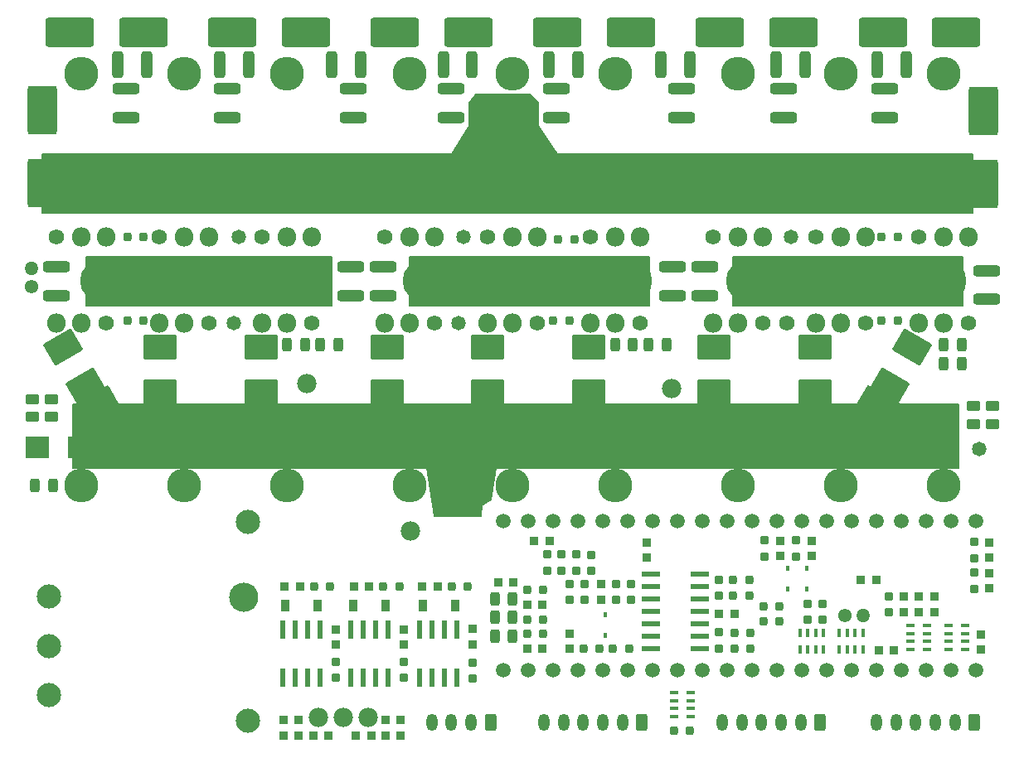
<source format=gbr>
%TF.GenerationSoftware,KiCad,Pcbnew,(6.0.0)*%
%TF.CreationDate,2022-10-26T23:27:14+03:00*%
%TF.ProjectId,CCC_ESC,4343435f-4553-4432-9e6b-696361645f70,rev?*%
%TF.SameCoordinates,Original*%
%TF.FileFunction,Soldermask,Top*%
%TF.FilePolarity,Negative*%
%FSLAX46Y46*%
G04 Gerber Fmt 4.6, Leading zero omitted, Abs format (unit mm)*
G04 Created by KiCad (PCBNEW (6.0.0)) date 2022-10-26 23:27:14*
%MOMM*%
%LPD*%
G01*
G04 APERTURE LIST*
G04 Aperture macros list*
%AMRoundRect*
0 Rectangle with rounded corners*
0 $1 Rounding radius*
0 $2 $3 $4 $5 $6 $7 $8 $9 X,Y pos of 4 corners*
0 Add a 4 corners polygon primitive as box body*
4,1,4,$2,$3,$4,$5,$6,$7,$8,$9,$2,$3,0*
0 Add four circle primitives for the rounded corners*
1,1,$1+$1,$2,$3*
1,1,$1+$1,$4,$5*
1,1,$1+$1,$6,$7*
1,1,$1+$1,$8,$9*
0 Add four rect primitives between the rounded corners*
20,1,$1+$1,$2,$3,$4,$5,0*
20,1,$1+$1,$4,$5,$6,$7,0*
20,1,$1+$1,$6,$7,$8,$9,0*
20,1,$1+$1,$8,$9,$2,$3,0*%
G04 Aperture macros list end*
%ADD10C,0.200000*%
%ADD11C,0.150000*%
%ADD12RoundRect,0.215000X0.225000X0.250000X-0.225000X0.250000X-0.225000X-0.250000X0.225000X-0.250000X0*%
%ADD13RoundRect,0.190000X0.275000X-0.200000X0.275000X0.200000X-0.275000X0.200000X-0.275000X-0.200000X0*%
%ADD14RoundRect,0.215000X-0.250000X0.225000X-0.250000X-0.225000X0.250000X-0.225000X0.250000X0.225000X0*%
%ADD15RoundRect,0.118750X1.546250X-1.158750X1.546250X1.158750X-1.546250X1.158750X-1.546250X-1.158750X0*%
%ADD16R,0.880000X1.180000*%
%ADD17RoundRect,0.240000X0.262500X0.450000X-0.262500X0.450000X-0.262500X-0.450000X0.262500X-0.450000X0*%
%ADD18RoundRect,0.290000X1.200000X-2.200000X1.200000X2.200000X-1.200000X2.200000X-1.200000X-2.200000X0*%
%ADD19RoundRect,0.240000X0.450000X-0.262500X0.450000X0.262500X-0.450000X0.262500X-0.450000X-0.262500X0*%
%ADD20R,0.430000X0.580000*%
%ADD21RoundRect,0.240000X1.100000X-0.325000X1.100000X0.325000X-1.100000X0.325000X-1.100000X-0.325000X0*%
%ADD22RoundRect,0.290000X2.200000X1.200000X-2.200000X1.200000X-2.200000X-1.200000X2.200000X-1.200000X0*%
%ADD23R,0.880000X0.380000*%
%ADD24RoundRect,0.190000X0.200000X0.275000X-0.200000X0.275000X-0.200000X-0.275000X0.200000X-0.275000X0*%
%ADD25RoundRect,0.240000X0.325000X1.100000X-0.325000X1.100000X-0.325000X-1.100000X0.325000X-1.100000X0*%
%ADD26RoundRect,0.118750X0.759717X-1.776632X1.918467X0.230382X-0.759717X1.776632X-1.918467X-0.230382X0*%
%ADD27C,1.980000*%
%ADD28RoundRect,0.190000X-0.200000X-0.275000X0.200000X-0.275000X0.200000X0.275000X-0.200000X0.275000X0*%
%ADD29C,3.980000*%
%ADD30C,2.480000*%
%ADD31RoundRect,0.240000X-1.100000X0.325000X-1.100000X-0.325000X1.100000X-0.325000X1.100000X0.325000X0*%
%ADD32C,1.480000*%
%ADD33RoundRect,0.190000X-0.275000X0.200000X-0.275000X-0.200000X0.275000X-0.200000X0.275000X0.200000X0*%
%ADD34RoundRect,0.240000X0.350000X0.625000X-0.350000X0.625000X-0.350000X-0.625000X0.350000X-0.625000X0*%
%ADD35O,1.180000X1.730000*%
%ADD36RoundRect,0.240000X-0.325000X-1.100000X0.325000X-1.100000X0.325000X1.100000X-0.325000X1.100000X0*%
%ADD37C,2.980000*%
%ADD38RoundRect,0.215000X-0.225000X-0.250000X0.225000X-0.250000X0.225000X0.250000X-0.225000X0.250000X0*%
%ADD39RoundRect,0.215000X0.250000X-0.225000X0.250000X0.225000X-0.250000X0.225000X-0.250000X-0.225000X0*%
%ADD40RoundRect,0.118750X1.918467X-0.230382X0.759717X1.776632X-1.918467X0.230382X-0.759717X-1.776632X0*%
%ADD41RoundRect,0.240000X-0.250000X-0.475000X0.250000X-0.475000X0.250000X0.475000X-0.250000X0.475000X0*%
%ADD42R,0.380000X0.880000*%
%ADD43C,1.580000*%
%ADD44C,1.380000*%
%ADD45O,1.380000X1.380000*%
%ADD46RoundRect,0.240000X0.250000X0.475000X-0.250000X0.475000X-0.250000X-0.475000X0.250000X-0.475000X0*%
%ADD47R,2.480000X2.280000*%
%ADD48RoundRect,0.140000X0.825000X0.150000X-0.825000X0.150000X-0.825000X-0.150000X0.825000X-0.150000X0*%
%ADD49C,1.504000*%
%ADD50RoundRect,0.140000X0.150000X-0.825000X0.150000X0.825000X-0.150000X0.825000X-0.150000X-0.825000X0*%
%ADD51O,3.480000X3.480000*%
%ADD52O,1.885000X1.980000*%
G04 APERTURE END LIST*
D10*
X99300000Y-55400000D02*
X100200000Y-55400000D01*
X100200000Y-55400000D02*
X101800000Y-55400000D01*
X101800000Y-55400000D02*
X102600000Y-56300000D01*
X102600000Y-56300000D02*
X102600000Y-58600000D01*
X102600000Y-58600000D02*
X104600000Y-61500000D01*
X104600000Y-61500000D02*
X93800000Y-61500000D01*
X93800000Y-61500000D02*
X95600000Y-58600000D01*
X95600000Y-58600000D02*
X95600000Y-56300000D01*
X95600000Y-56300000D02*
X96300000Y-55400000D01*
X96300000Y-55400000D02*
X98400000Y-55400000D01*
X98400000Y-55400000D02*
X99300000Y-55400000D01*
G36*
X102600000Y-56300000D02*
G01*
X102600000Y-58600000D01*
X104600000Y-61500000D01*
X93800000Y-61500000D01*
X95600000Y-58600000D01*
X95600000Y-56300000D01*
X96300000Y-55400000D01*
X101800000Y-55400000D01*
X102600000Y-56300000D01*
G37*
X102600000Y-56300000D02*
X102600000Y-58600000D01*
X104600000Y-61500000D01*
X93800000Y-61500000D01*
X95600000Y-58600000D01*
X95600000Y-56300000D01*
X96300000Y-55400000D01*
X101800000Y-55400000D01*
X102600000Y-56300000D01*
D11*
X122500000Y-72000000D02*
X146000000Y-72000000D01*
X146000000Y-72000000D02*
X146000000Y-77000000D01*
X146000000Y-77000000D02*
X122500000Y-77000000D01*
X122500000Y-77000000D02*
X122500000Y-72000000D01*
G36*
X122500000Y-72000000D02*
G01*
X146000000Y-72000000D01*
X146000000Y-77000000D01*
X122500000Y-77000000D01*
X122500000Y-72000000D01*
G37*
X52000000Y-61500000D02*
X147000000Y-61500000D01*
X147000000Y-61500000D02*
X147000000Y-67500000D01*
X147000000Y-67500000D02*
X52000000Y-67500000D01*
X52000000Y-67500000D02*
X52000000Y-61500000D01*
G36*
X52000000Y-61500000D02*
G01*
X147000000Y-61500000D01*
X147000000Y-67500000D01*
X52000000Y-67500000D01*
X52000000Y-61500000D01*
G37*
X55130000Y-87100000D02*
X145540000Y-87100000D01*
X145540000Y-87100000D02*
X145540000Y-93570000D01*
X145540000Y-93570000D02*
X55130000Y-93570000D01*
X55130000Y-93570000D02*
X55130000Y-87100000D01*
G36*
X55130000Y-87100000D02*
G01*
X145540000Y-87100000D01*
X145540000Y-93570000D01*
X55130000Y-93570000D01*
X55130000Y-87100000D01*
G37*
X56500000Y-72000000D02*
X81500000Y-72000000D01*
X81500000Y-72000000D02*
X81500000Y-77000000D01*
X81500000Y-77000000D02*
X56500000Y-77000000D01*
X56500000Y-77000000D02*
X56500000Y-72000000D01*
G36*
X56500000Y-72000000D02*
G01*
X81500000Y-72000000D01*
X81500000Y-77000000D01*
X56500000Y-77000000D01*
X56500000Y-72000000D01*
G37*
X59800000Y-87150000D02*
X55500000Y-87050000D01*
X55500000Y-87050000D02*
X58650000Y-85250000D01*
X58650000Y-85250000D02*
X59800000Y-87150000D01*
G36*
X59800000Y-87150000D02*
G01*
X55500000Y-87050000D01*
X58650000Y-85250000D01*
X59800000Y-87150000D01*
G37*
X59800000Y-87150000D02*
X55500000Y-87050000D01*
X58650000Y-85250000D01*
X59800000Y-87150000D01*
X139600000Y-87100000D02*
X135200000Y-87100000D01*
X135200000Y-87100000D02*
X136300000Y-85250000D01*
X136300000Y-85250000D02*
X139600000Y-87100000D01*
G36*
X139600000Y-87100000D02*
G01*
X135200000Y-87100000D01*
X136300000Y-85250000D01*
X139600000Y-87100000D01*
G37*
X139600000Y-87100000D02*
X135200000Y-87100000D01*
X136300000Y-85250000D01*
X139600000Y-87100000D01*
X89500000Y-72000000D02*
X114000000Y-72000000D01*
X114000000Y-72000000D02*
X114000000Y-77000000D01*
X114000000Y-77000000D02*
X89500000Y-77000000D01*
X89500000Y-77000000D02*
X89500000Y-72000000D01*
G36*
X89500000Y-72000000D02*
G01*
X114000000Y-72000000D01*
X114000000Y-77000000D01*
X89500000Y-77000000D01*
X89500000Y-72000000D01*
G37*
D10*
X97800000Y-96800000D02*
X96900000Y-97400000D01*
X96900000Y-97400000D02*
X96800000Y-98500000D01*
X96800000Y-98500000D02*
X92000000Y-98500000D01*
X92000000Y-98500000D02*
X91300000Y-93600000D01*
X91300000Y-93600000D02*
X98300000Y-93600000D01*
X98300000Y-93600000D02*
X97800000Y-96800000D01*
G36*
X97800000Y-96800000D02*
G01*
X96900000Y-97400000D01*
X96800000Y-98500000D01*
X92000000Y-98500000D01*
X91300000Y-93600000D01*
X98300000Y-93600000D01*
X97800000Y-96800000D01*
G37*
X97800000Y-96800000D02*
X96900000Y-97400000D01*
X96800000Y-98500000D01*
X92000000Y-98500000D01*
X91300000Y-93600000D01*
X98300000Y-93600000D01*
X97800000Y-96800000D01*
D12*
%TO.C,C7*%
X103775000Y-101028260D03*
X102225000Y-101028260D03*
%TD*%
D13*
%TO.C,R33*%
X128969000Y-102653260D03*
X128969000Y-101003260D03*
%TD*%
D14*
%TO.C,C27*%
X88919000Y-110078260D03*
X88919000Y-111628260D03*
%TD*%
D15*
%TO.C,SHA2*%
X74380000Y-85787500D03*
X74380000Y-81212500D03*
%TD*%
D16*
%TO.C,D3*%
X90819000Y-107678260D03*
X94119000Y-107678260D03*
%TD*%
%TO.C,D1*%
X76769000Y-107678260D03*
X80069000Y-107678260D03*
%TD*%
D17*
%TO.C,R7*%
X100019000Y-108878260D03*
X98194000Y-108878260D03*
%TD*%
D18*
%TO.C,CX1*%
X51995000Y-64495000D03*
X51995000Y-56995000D03*
%TD*%
D19*
%TO.C,R3*%
X149000000Y-89112500D03*
X149000000Y-87287500D03*
%TD*%
D20*
%TO.C,D4*%
X109469000Y-110678260D03*
X109469000Y-108578260D03*
%TD*%
D21*
%TO.C,CX24*%
X93700000Y-57775000D03*
X93700000Y-54825000D03*
%TD*%
D22*
%TO.C,CX4*%
X95500000Y-49100000D03*
X88000000Y-49100000D03*
%TD*%
D23*
%TO.C,RN4*%
X146219000Y-112128260D03*
X146219000Y-111328260D03*
X146219000Y-110528260D03*
X146219000Y-109728260D03*
X144519000Y-109728260D03*
X144519000Y-110528260D03*
X144519000Y-111328260D03*
X144519000Y-112128260D03*
%TD*%
D24*
%TO.C,R36*%
X108894000Y-112028260D03*
X107244000Y-112028260D03*
%TD*%
D14*
%TO.C,C23*%
X127369000Y-101053260D03*
X127369000Y-102603260D03*
%TD*%
D25*
%TO.C,CX19*%
X73075000Y-52400000D03*
X70125000Y-52400000D03*
%TD*%
D26*
%TO.C,SHC1*%
X138538929Y-85221033D03*
X140826429Y-81258967D03*
%TD*%
D18*
%TO.C,CX8*%
X148095000Y-64595000D03*
X148095000Y-57095000D03*
%TD*%
D27*
%TO.C,TpGND3*%
X79000000Y-85000000D03*
%TD*%
D14*
%TO.C,C19*%
X148644000Y-101228260D03*
X148644000Y-102778260D03*
%TD*%
D16*
%TO.C,D2*%
X83769000Y-107678260D03*
X87069000Y-107678260D03*
%TD*%
D28*
%TO.C,R20*%
X122644000Y-112028260D03*
X124294000Y-112028260D03*
%TD*%
%TO.C,R23*%
X122544000Y-105028260D03*
X124194000Y-105028260D03*
%TD*%
D29*
%TO.C,PH9*%
X144400000Y-74500000D03*
%TD*%
D30*
%TO.C,U6*%
X52654000Y-111813260D03*
X52654000Y-106733260D03*
X72974000Y-99113260D03*
X72974000Y-119433260D03*
%TD*%
D15*
%TO.C,SHB1*%
X107780000Y-85787500D03*
X107780000Y-81212500D03*
%TD*%
D21*
%TO.C,CX26*%
X104500000Y-57775000D03*
X104500000Y-54825000D03*
%TD*%
D24*
%TO.C,RG1*%
X81394000Y-105728260D03*
X79744000Y-105728260D03*
%TD*%
D31*
%TO.C,CX13*%
X83500000Y-73075000D03*
X83500000Y-76025000D03*
%TD*%
D29*
%TO.C,PH4*%
X90800000Y-74500000D03*
%TD*%
D15*
%TO.C,SHB2*%
X97480000Y-85787500D03*
X97480000Y-81212500D03*
%TD*%
D17*
%TO.C,RS3*%
X145842500Y-81000000D03*
X144017500Y-81000000D03*
%TD*%
D13*
%TO.C,R17*%
X105819000Y-107103260D03*
X105819000Y-105453260D03*
%TD*%
D32*
%TO.C,TpGS1*%
X72050000Y-70000000D03*
%TD*%
D33*
%TO.C,R35*%
X110570000Y-105445000D03*
X110570000Y-107095000D03*
%TD*%
D12*
%TO.C,C31*%
X100081500Y-105278260D03*
X98531500Y-105278260D03*
%TD*%
D34*
%TO.C,J4*%
X113219000Y-119628260D03*
D35*
X111219000Y-119628260D03*
X109219000Y-119628260D03*
X107219000Y-119628260D03*
X105219000Y-119628260D03*
X103219000Y-119628260D03*
%TD*%
D36*
%TO.C,CX21*%
X81525000Y-52400000D03*
X84475000Y-52400000D03*
%TD*%
D13*
%TO.C,R27*%
X107319000Y-107103260D03*
X107319000Y-105453260D03*
%TD*%
%TO.C,R32*%
X112080000Y-107095000D03*
X112080000Y-105445000D03*
%TD*%
D15*
%TO.C,SHC3*%
X130930000Y-85800000D03*
X130930000Y-81225000D03*
%TD*%
D22*
%TO.C,CX5*%
X112100000Y-49100000D03*
X104600000Y-49100000D03*
%TD*%
D28*
%TO.C,R22*%
X122544000Y-106628260D03*
X124194000Y-106628260D03*
%TD*%
D22*
%TO.C,CX7*%
X145300000Y-49100000D03*
X137800000Y-49100000D03*
%TD*%
D37*
%TO.C,TpGND4*%
X72569000Y-106778260D03*
%TD*%
D38*
%TO.C,C29*%
X101531500Y-112078260D03*
X103081500Y-112078260D03*
%TD*%
D19*
%TO.C,R14*%
X147100000Y-89112500D03*
X147100000Y-87287500D03*
%TD*%
D23*
%TO.C,RN2*%
X118169000Y-118978260D03*
X118169000Y-118178260D03*
X118169000Y-117378260D03*
X118169000Y-116578260D03*
X116469000Y-116578260D03*
X116469000Y-117378260D03*
X116469000Y-118178260D03*
X116469000Y-118978260D03*
%TD*%
D39*
%TO.C,C6*%
X147869000Y-112153260D03*
X147869000Y-110603260D03*
%TD*%
D24*
%TO.C,R29*%
X111894000Y-112028260D03*
X110244000Y-112028260D03*
%TD*%
D13*
%TO.C,R34*%
X125769000Y-102653260D03*
X125769000Y-101003260D03*
%TD*%
D40*
%TO.C,SHA1*%
X56426429Y-85191033D03*
X54138929Y-81228967D03*
%TD*%
D14*
%TO.C,C18*%
X113719000Y-101203260D03*
X113719000Y-102753260D03*
%TD*%
D41*
%TO.C,CS3*%
X143990000Y-82970000D03*
X145890000Y-82970000D03*
%TD*%
D24*
%TO.C,R48*%
X62325000Y-78500000D03*
X60675000Y-78500000D03*
%TD*%
D38*
%TO.C,C10*%
X87044000Y-120928260D03*
X88594000Y-120928260D03*
%TD*%
D42*
%TO.C,RN3*%
X135769000Y-110478260D03*
X134969000Y-110478260D03*
X134169000Y-110478260D03*
X133369000Y-110478260D03*
X133369000Y-112178260D03*
X134169000Y-112178260D03*
X134969000Y-112178260D03*
X135769000Y-112178260D03*
%TD*%
D24*
%TO.C,R50*%
X105825000Y-78500000D03*
X104175000Y-78500000D03*
%TD*%
D43*
%TO.C,TpGS6*%
X128000000Y-78750000D03*
%TD*%
D13*
%TO.C,R16*%
X103519000Y-104103260D03*
X103519000Y-102453260D03*
%TD*%
D29*
%TO.C,PH5*%
X112250000Y-74450000D03*
%TD*%
D13*
%TO.C,R25*%
X106519000Y-104103260D03*
X106519000Y-102453260D03*
%TD*%
D20*
%TO.C,D5*%
X128069000Y-105978260D03*
X128069000Y-103878260D03*
%TD*%
D13*
%TO.C,R24*%
X105019000Y-104103260D03*
X105019000Y-102453260D03*
%TD*%
D17*
%TO.C,R5*%
X100019000Y-110778260D03*
X98194000Y-110778260D03*
%TD*%
D21*
%TO.C,CX28*%
X117300000Y-57775000D03*
X117300000Y-54825000D03*
%TD*%
D44*
%TO.C,SW1*%
X50850000Y-75105000D03*
D45*
X50850000Y-73205000D03*
%TD*%
D13*
%TO.C,R28*%
X131669000Y-109115760D03*
X131669000Y-107465760D03*
%TD*%
D23*
%TO.C,RN1*%
X140669000Y-109728260D03*
X140669000Y-110528260D03*
X140669000Y-111328260D03*
X140669000Y-112128260D03*
X142369000Y-112128260D03*
X142369000Y-111328260D03*
X142369000Y-110528260D03*
X142369000Y-109728260D03*
%TD*%
D13*
%TO.C,R31*%
X121069000Y-106653260D03*
X121069000Y-105003260D03*
%TD*%
D39*
%TO.C,C15*%
X141519000Y-108303260D03*
X141519000Y-106753260D03*
%TD*%
D15*
%TO.C,SHA3*%
X63980000Y-85787500D03*
X63980000Y-81212500D03*
%TD*%
D31*
%TO.C,CX14*%
X119600000Y-73025000D03*
X119600000Y-75975000D03*
%TD*%
D46*
%TO.C,CS1*%
X82250000Y-81000000D03*
X80350000Y-81000000D03*
%TD*%
D27*
%TO.C,TpGND2*%
X89600000Y-100000000D03*
%TD*%
D28*
%TO.C,R19*%
X122644000Y-110428260D03*
X124294000Y-110428260D03*
%TD*%
D21*
%TO.C,CX30*%
X127700000Y-57775000D03*
X127700000Y-54825000D03*
%TD*%
D24*
%TO.C,R6*%
X103131500Y-110578260D03*
X101481500Y-110578260D03*
%TD*%
D39*
%TO.C,C14*%
X139969000Y-108303260D03*
X139969000Y-106753260D03*
%TD*%
D33*
%TO.C,RG6*%
X95919000Y-113503260D03*
X95919000Y-115153260D03*
%TD*%
D38*
%TO.C,C20*%
X121094000Y-108528260D03*
X122644000Y-108528260D03*
%TD*%
D29*
%TO.C,PH8*%
X123800000Y-74500000D03*
%TD*%
D24*
%TO.C,R52*%
X139325000Y-78500000D03*
X137675000Y-78500000D03*
%TD*%
D34*
%TO.C,J2*%
X131419000Y-119628260D03*
D35*
X129419000Y-119628260D03*
X127419000Y-119628260D03*
X125419000Y-119628260D03*
X123419000Y-119628260D03*
X121419000Y-119628260D03*
%TD*%
D12*
%TO.C,C17*%
X138975000Y-112200000D03*
X137425000Y-112200000D03*
%TD*%
D14*
%TO.C,C26*%
X81919000Y-110103260D03*
X81919000Y-111653260D03*
%TD*%
D38*
%TO.C,C30*%
X101531500Y-107578260D03*
X103081500Y-107578260D03*
%TD*%
D27*
%TO.C,U7*%
X80164000Y-119123260D03*
X82704000Y-119123260D03*
X85244000Y-119123260D03*
%TD*%
D39*
%TO.C,C24*%
X109070000Y-107045000D03*
X109070000Y-105495000D03*
%TD*%
D13*
%TO.C,R15*%
X147144000Y-102828260D03*
X147144000Y-101178260D03*
%TD*%
D21*
%TO.C,CX22*%
X83700000Y-57775000D03*
X83700000Y-54825000D03*
%TD*%
D33*
%TO.C,R30*%
X121069000Y-110403260D03*
X121069000Y-112053260D03*
%TD*%
D47*
%TO.C,D7*%
X51500000Y-91500000D03*
X55800000Y-91500000D03*
%TD*%
D39*
%TO.C,C25*%
X105819000Y-112053260D03*
X105819000Y-110503260D03*
%TD*%
D29*
%TO.C,PH3*%
X68350000Y-74550000D03*
%TD*%
D33*
%TO.C,R9*%
X130169000Y-107465760D03*
X130169000Y-109115760D03*
%TD*%
D38*
%TO.C,C3*%
X90794000Y-105728260D03*
X92344000Y-105728260D03*
%TD*%
D25*
%TO.C,CX31*%
X140175000Y-52400000D03*
X137225000Y-52400000D03*
%TD*%
D33*
%TO.C,RG4*%
X88919000Y-113403260D03*
X88919000Y-115053260D03*
%TD*%
D28*
%TO.C,R21*%
X125644000Y-107728260D03*
X127294000Y-107728260D03*
%TD*%
D22*
%TO.C,CX6*%
X128700000Y-49100000D03*
X121200000Y-49100000D03*
%TD*%
D20*
%TO.C,D6*%
X130069000Y-105978260D03*
X130069000Y-103878260D03*
%TD*%
D29*
%TO.C,PH2*%
X57800000Y-74500000D03*
%TD*%
D31*
%TO.C,CX12*%
X86750000Y-73075000D03*
X86750000Y-76025000D03*
%TD*%
D29*
%TO.C,PH1*%
X79250000Y-74500000D03*
%TD*%
D38*
%TO.C,C8*%
X87044000Y-119378260D03*
X88594000Y-119378260D03*
%TD*%
D29*
%TO.C,PH6*%
X101250000Y-74500000D03*
%TD*%
D31*
%TO.C,CX15*%
X116350000Y-73025000D03*
X116350000Y-75975000D03*
%TD*%
D24*
%TO.C,RG3*%
X88444000Y-105728260D03*
X86794000Y-105728260D03*
%TD*%
D38*
%TO.C,C1*%
X76744000Y-105728260D03*
X78294000Y-105728260D03*
%TD*%
%TO.C,C12*%
X79644000Y-120928260D03*
X81194000Y-120928260D03*
%TD*%
D32*
%TO.C,TpVS1*%
X147700000Y-91650000D03*
%TD*%
D17*
%TO.C,RS1*%
X78812500Y-81000000D03*
X76987500Y-81000000D03*
%TD*%
D28*
%TO.C,R49*%
X104675000Y-70200000D03*
X106325000Y-70200000D03*
%TD*%
D38*
%TO.C,C2*%
X83794000Y-105728260D03*
X85344000Y-105728260D03*
%TD*%
D13*
%TO.C,R26*%
X108019000Y-104115000D03*
X108019000Y-102465000D03*
%TD*%
D25*
%TO.C,CX25*%
X106675000Y-52400000D03*
X103725000Y-52400000D03*
%TD*%
D32*
%TO.C,TpGS4*%
X94500000Y-78800000D03*
%TD*%
D14*
%TO.C,C22*%
X130569000Y-101053260D03*
X130569000Y-102603260D03*
%TD*%
D41*
%TO.C,C5*%
X51200000Y-95400000D03*
X53100000Y-95400000D03*
%TD*%
D29*
%TO.C,PH7*%
X134300000Y-74500000D03*
%TD*%
D48*
%TO.C,U4*%
X119094000Y-112088260D03*
X119094000Y-110818260D03*
X119094000Y-109548260D03*
X119094000Y-108278260D03*
X119094000Y-107008260D03*
X119094000Y-105738260D03*
X119094000Y-104468260D03*
X114144000Y-104468260D03*
X114144000Y-105738260D03*
X114144000Y-107008260D03*
X114144000Y-108278260D03*
X114144000Y-109548260D03*
X114144000Y-110818260D03*
X114144000Y-112088260D03*
%TD*%
D24*
%TO.C,R11*%
X103131500Y-106078260D03*
X101481500Y-106078260D03*
%TD*%
D25*
%TO.C,CX17*%
X62675000Y-52400000D03*
X59725000Y-52400000D03*
%TD*%
D38*
%TO.C,C13*%
X76594000Y-120928260D03*
X78144000Y-120928260D03*
%TD*%
D25*
%TO.C,CX23*%
X95875000Y-52400000D03*
X92925000Y-52400000D03*
%TD*%
D22*
%TO.C,CX2*%
X62300000Y-49100000D03*
X54800000Y-49100000D03*
%TD*%
%TO.C,CX3*%
X78895000Y-49100000D03*
X71395000Y-49100000D03*
%TD*%
D28*
%TO.C,R18*%
X125644000Y-109228260D03*
X127294000Y-109228260D03*
%TD*%
D13*
%TO.C,R4*%
X147144000Y-105928260D03*
X147144000Y-104278260D03*
%TD*%
D24*
%TO.C,RG5*%
X95444000Y-105728260D03*
X93794000Y-105728260D03*
%TD*%
D14*
%TO.C,C28*%
X95919000Y-110053260D03*
X95919000Y-111603260D03*
%TD*%
D38*
%TO.C,C11*%
X76594000Y-119378260D03*
X78144000Y-119378260D03*
%TD*%
D39*
%TO.C,C16*%
X143069000Y-108303260D03*
X143069000Y-106753260D03*
%TD*%
D33*
%TO.C,RG2*%
X81919000Y-113403260D03*
X81919000Y-115053260D03*
%TD*%
D31*
%TO.C,CX11*%
X53400000Y-73025000D03*
X53400000Y-75975000D03*
%TD*%
D44*
%TO.C,NTC1*%
X133914000Y-108678260D03*
D45*
X135814000Y-108678260D03*
%TD*%
D28*
%TO.C,R47*%
X60675000Y-70000000D03*
X62325000Y-70000000D03*
%TD*%
D49*
%TO.C,U5*%
X147329000Y-99028260D03*
X144789000Y-99028260D03*
X142249000Y-99028260D03*
X139709000Y-99028260D03*
X137169000Y-99028260D03*
X134629000Y-99028260D03*
X132089000Y-99028260D03*
X129549000Y-99028260D03*
X127009000Y-99028260D03*
X124469000Y-99028260D03*
X121929000Y-99028260D03*
X119389000Y-99028260D03*
X116849000Y-99028260D03*
X114309000Y-99028260D03*
X111769000Y-99028260D03*
X109229000Y-99028260D03*
X106689000Y-99028260D03*
X104149000Y-99028260D03*
X101609000Y-99028260D03*
X99069000Y-99028260D03*
X99069000Y-114268260D03*
X101609000Y-114268260D03*
X104149000Y-114268260D03*
X106689000Y-114268260D03*
X109229000Y-114268260D03*
X111769000Y-114268260D03*
X114285395Y-114278253D03*
X116849000Y-114268260D03*
X119389000Y-114268260D03*
X121929000Y-114268260D03*
X124469000Y-114268260D03*
X127009000Y-114268260D03*
X129549000Y-114268260D03*
X132089000Y-114268260D03*
X134629000Y-114268260D03*
X137169000Y-114268260D03*
X139709000Y-114268260D03*
X142249000Y-114268260D03*
X144789000Y-114268260D03*
X147329000Y-114268260D03*
%TD*%
D32*
%TO.C,TpGS5*%
X128450000Y-70000000D03*
%TD*%
D21*
%TO.C,CX20*%
X70900000Y-57775000D03*
X70900000Y-54825000D03*
%TD*%
D33*
%TO.C,R12*%
X138419000Y-106703260D03*
X138419000Y-108353260D03*
%TD*%
D50*
%TO.C,U1*%
X76514000Y-115053260D03*
X77784000Y-115053260D03*
X79054000Y-115053260D03*
X80324000Y-115053260D03*
X80324000Y-110103260D03*
X79054000Y-110103260D03*
X77784000Y-110103260D03*
X76514000Y-110103260D03*
%TD*%
D15*
%TO.C,SHC2*%
X120580000Y-85787500D03*
X120580000Y-81212500D03*
%TD*%
D14*
%TO.C,C4*%
X148644000Y-104328260D03*
X148644000Y-105878260D03*
%TD*%
D50*
%TO.C,U2*%
X83514000Y-115053260D03*
X84784000Y-115053260D03*
X86054000Y-115053260D03*
X87324000Y-115053260D03*
X87324000Y-110103260D03*
X86054000Y-110103260D03*
X84784000Y-110103260D03*
X83514000Y-110103260D03*
%TD*%
D32*
%TO.C,TpGS3*%
X95000000Y-70000000D03*
%TD*%
D25*
%TO.C,CX29*%
X129875000Y-52400000D03*
X126925000Y-52400000D03*
%TD*%
D12*
%TO.C,C9*%
X85575000Y-120930000D03*
X84025000Y-120930000D03*
%TD*%
D31*
%TO.C,CX16*%
X148400000Y-73425000D03*
X148400000Y-76375000D03*
%TD*%
D27*
%TO.C,TpGND1*%
X116250000Y-85500000D03*
%TD*%
D42*
%TO.C,RN5*%
X129369000Y-112190760D03*
X130169000Y-112190760D03*
X130969000Y-112190760D03*
X131769000Y-112190760D03*
X131769000Y-110490760D03*
X130969000Y-110490760D03*
X130169000Y-110490760D03*
X129369000Y-110490760D03*
%TD*%
D21*
%TO.C,CX32*%
X138000000Y-57775000D03*
X138000000Y-54825000D03*
%TD*%
%TO.C,CX18*%
X60500000Y-57775000D03*
X60500000Y-54825000D03*
%TD*%
D34*
%TO.C,J1*%
X97769000Y-119628260D03*
D35*
X95769000Y-119628260D03*
X93769000Y-119628260D03*
X91769000Y-119628260D03*
%TD*%
D34*
%TO.C,J3*%
X147169000Y-119628260D03*
D35*
X145169000Y-119628260D03*
X143169000Y-119628260D03*
X141169000Y-119628260D03*
X139169000Y-119628260D03*
X137169000Y-119628260D03*
%TD*%
D28*
%TO.C,R51*%
X137675000Y-70000000D03*
X139325000Y-70000000D03*
%TD*%
D12*
%TO.C,C21*%
X137144000Y-105028260D03*
X135594000Y-105028260D03*
%TD*%
D46*
%TO.C,CS2*%
X115750000Y-81000000D03*
X113850000Y-81000000D03*
%TD*%
D19*
%TO.C,R1*%
X51000000Y-88362500D03*
X51000000Y-86537500D03*
%TD*%
D15*
%TO.C,SHB3*%
X87180000Y-85787500D03*
X87180000Y-81212500D03*
%TD*%
D17*
%TO.C,RS2*%
X112312500Y-81000000D03*
X110487500Y-81000000D03*
%TD*%
D50*
%TO.C,U3*%
X90514000Y-115053260D03*
X91784000Y-115053260D03*
X93054000Y-115053260D03*
X94324000Y-115053260D03*
X94324000Y-110103260D03*
X93054000Y-110103260D03*
X91784000Y-110103260D03*
X90514000Y-110103260D03*
%TD*%
D24*
%TO.C,R13*%
X118144000Y-120478260D03*
X116494000Y-120478260D03*
%TD*%
D32*
%TO.C,TpGS2*%
X71550000Y-78750000D03*
%TD*%
D17*
%TO.C,R10*%
X100019000Y-106978260D03*
X98194000Y-106978260D03*
%TD*%
D36*
%TO.C,CX27*%
X115125000Y-52400000D03*
X118075000Y-52400000D03*
%TD*%
D30*
%TO.C,12V1*%
X52700000Y-116800000D03*
%TD*%
D19*
%TO.C,R2*%
X52900000Y-88362500D03*
X52900000Y-86537500D03*
%TD*%
D24*
%TO.C,R8*%
X103131500Y-109078260D03*
X101481500Y-109078260D03*
%TD*%
D51*
%TO.C,QB4*%
X100000000Y-95410000D03*
D43*
X102540000Y-78750000D03*
D52*
X100000000Y-78750000D03*
X97460000Y-78750000D03*
%TD*%
D51*
%TO.C,QB5*%
X89500000Y-53340000D03*
D43*
X86960000Y-70000000D03*
D52*
X89500000Y-70000000D03*
X92040000Y-70000000D03*
%TD*%
D51*
%TO.C,QA3*%
X66500000Y-53340000D03*
D43*
X63960000Y-70000000D03*
D52*
X66500000Y-70000000D03*
X69040000Y-70000000D03*
%TD*%
D51*
%TO.C,QC6*%
X123000000Y-95410000D03*
D43*
X125540000Y-78750000D03*
D52*
X123000000Y-78750000D03*
X120460000Y-78750000D03*
%TD*%
D51*
%TO.C,QC5*%
X144000000Y-53340000D03*
D43*
X141460000Y-70000000D03*
D52*
X144000000Y-70000000D03*
X146540000Y-70000000D03*
%TD*%
D51*
%TO.C,QC4*%
X144000000Y-95410000D03*
D43*
X146540000Y-78750000D03*
D52*
X144000000Y-78750000D03*
X141460000Y-78750000D03*
%TD*%
D51*
%TO.C,QA6*%
X56000000Y-95410000D03*
D43*
X58540000Y-78750000D03*
D52*
X56000000Y-78750000D03*
X53460000Y-78750000D03*
%TD*%
D51*
%TO.C,QB6*%
X89500000Y-95410000D03*
D43*
X92040000Y-78750000D03*
D52*
X89500000Y-78750000D03*
X86960000Y-78750000D03*
%TD*%
D51*
%TO.C,QB2*%
X110500000Y-95410000D03*
D43*
X113040000Y-78750000D03*
D52*
X110500000Y-78750000D03*
X107960000Y-78750000D03*
%TD*%
D51*
%TO.C,QA5*%
X77000000Y-53340000D03*
D43*
X74460000Y-70000000D03*
D52*
X77000000Y-70000000D03*
X79540000Y-70000000D03*
%TD*%
D51*
%TO.C,QA1*%
X56000000Y-53340000D03*
D43*
X53460000Y-70000000D03*
D52*
X56000000Y-70000000D03*
X58540000Y-70000000D03*
%TD*%
D51*
%TO.C,QB3*%
X100000000Y-53340000D03*
D43*
X97460000Y-70000000D03*
D52*
X100000000Y-70000000D03*
X102540000Y-70000000D03*
%TD*%
D51*
%TO.C,QC3*%
X133500000Y-53340000D03*
D43*
X130960000Y-70000000D03*
D52*
X133500000Y-70000000D03*
X136040000Y-70000000D03*
%TD*%
D51*
%TO.C,QA4*%
X66500000Y-95410000D03*
D43*
X69040000Y-78750000D03*
D52*
X66500000Y-78750000D03*
X63960000Y-78750000D03*
%TD*%
D51*
%TO.C,QC2*%
X133500000Y-95410000D03*
D43*
X136040000Y-78750000D03*
D52*
X133500000Y-78750000D03*
X130960000Y-78750000D03*
%TD*%
D51*
%TO.C,QC1*%
X123000000Y-53340000D03*
D43*
X120460000Y-70000000D03*
D52*
X123000000Y-70000000D03*
X125540000Y-70000000D03*
%TD*%
D51*
%TO.C,QA2*%
X77000000Y-95410000D03*
D43*
X79540000Y-78750000D03*
D52*
X77000000Y-78750000D03*
X74460000Y-78750000D03*
%TD*%
D51*
%TO.C,QB1*%
X110500000Y-53340000D03*
D43*
X107960000Y-70000000D03*
D52*
X110500000Y-70000000D03*
X113040000Y-70000000D03*
%TD*%
M02*

</source>
